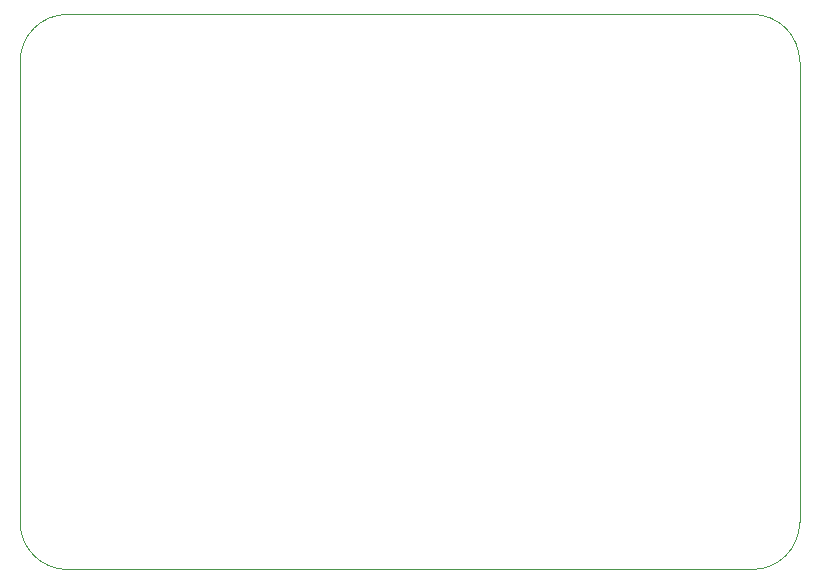
<source format=gm1>
G04 #@! TF.GenerationSoftware,KiCad,Pcbnew,7.0.2*
G04 #@! TF.CreationDate,2023-06-10T11:02:38+03:00*
G04 #@! TF.ProjectId,2.0,322e302e-6b69-4636-9164-5f7063625858,2.0*
G04 #@! TF.SameCoordinates,Original*
G04 #@! TF.FileFunction,Profile,NP*
%FSLAX46Y46*%
G04 Gerber Fmt 4.6, Leading zero omitted, Abs format (unit mm)*
G04 Created by KiCad (PCBNEW 7.0.2) date 2023-06-10 11:02:38*
%MOMM*%
%LPD*%
G01*
G04 APERTURE LIST*
G04 #@! TA.AperFunction,Profile*
%ADD10C,0.100000*%
G04 #@! TD*
G04 APERTURE END LIST*
D10*
X74000000Y-99000000D02*
G75*
G03*
X78000000Y-103000000I4000000J0D01*
G01*
X136000000Y-103000000D02*
G75*
G03*
X140000000Y-99000000I0J4000000D01*
G01*
X140000000Y-60000000D02*
G75*
G03*
X136000000Y-56000000I-4000000J0D01*
G01*
X78000000Y-103000000D02*
X136000000Y-103000000D01*
X74000000Y-60000000D02*
X74000000Y-99000000D01*
X136000000Y-56000000D02*
X78000000Y-56000000D01*
X140000000Y-99000000D02*
X140000000Y-60000000D01*
X78000000Y-56000000D02*
G75*
G03*
X74000000Y-60000000I0J-4000000D01*
G01*
M02*

</source>
